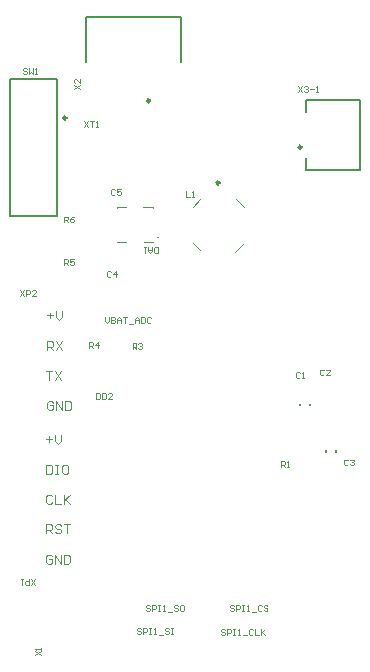
<source format=gto>
G04*
G04 #@! TF.GenerationSoftware,Altium Limited,Altium Designer,20.2.7 (254)*
G04*
G04 Layer_Color=65535*
%FSLAX44Y44*%
%MOMM*%
G71*
G04*
G04 #@! TF.SameCoordinates,376ED358-1AEA-4EEA-9480-C934229D8A07*
G04*
G04*
G04 #@! TF.FilePolarity,Positive*
G04*
G01*
G75*
%ADD10C,0.2540*%
%ADD11C,0.1000*%
%ADD12C,0.2500*%
%ADD13C,0.2000*%
D10*
X2073626Y1532518D02*
G03*
X2073626Y1532518I-1270J0D01*
G01*
D11*
X2021914Y1486290D02*
G03*
X2020914Y1486290I-500J0D01*
G01*
D02*
G03*
X2021914Y1486290I500J0D01*
G01*
X2050766Y1481718D02*
X2057116Y1475368D01*
X2086326Y1474098D02*
X2093946Y1481718D01*
X2087596Y1518548D02*
X2093946Y1512198D01*
X2050766D02*
X2057116Y1518548D01*
X2009476Y1481958D02*
X2016856D01*
Y1482734D01*
X1986856Y1481958D02*
X1994490D01*
X1986856D02*
Y1482734D01*
Y1510928D02*
Y1511958D01*
X1994744D01*
X2016856Y1510928D02*
Y1511958D01*
X2008968D02*
X2016856D01*
X1932854Y1346457D02*
X1931605Y1347707D01*
X1929106D01*
X1927856Y1346457D01*
Y1341459D01*
X1929106Y1340209D01*
X1931605D01*
X1932854Y1341459D01*
Y1343958D01*
X1930355D01*
X1935354Y1340209D02*
Y1347707D01*
X1940352Y1340209D01*
Y1347707D01*
X1942851D02*
Y1340209D01*
X1946600D01*
X1947850Y1341459D01*
Y1346457D01*
X1946600Y1347707D01*
X1942851D01*
X1927856Y1420158D02*
X1932854D01*
X1930355Y1422657D02*
Y1417659D01*
X1935354Y1423907D02*
Y1418909D01*
X1937853Y1416409D01*
X1940352Y1418909D01*
Y1423907D01*
X1910857Y1628624D02*
X1910024Y1629457D01*
X1908358D01*
X1907525Y1628624D01*
Y1627791D01*
X1908358Y1626958D01*
X1910024D01*
X1910857Y1626125D01*
Y1625292D01*
X1910024Y1624459D01*
X1908358D01*
X1907525Y1625292D01*
X1912523Y1629457D02*
Y1624459D01*
X1914189Y1626125D01*
X1915855Y1624459D01*
Y1629457D01*
X1917521Y1624459D02*
X1919188D01*
X1918354D01*
Y1629457D01*
X1917521Y1628624D01*
X1926856Y1373207D02*
X1931855D01*
X1929355D01*
Y1365709D01*
X1934354Y1373207D02*
X1939352Y1365709D01*
Y1373207D02*
X1934354Y1365709D01*
X1927856Y1390918D02*
Y1398416D01*
X1931605D01*
X1932854Y1397166D01*
Y1394667D01*
X1931605Y1393418D01*
X1927856D01*
X1930355D02*
X1932854Y1390918D01*
X1935354Y1398416D02*
X1940352Y1390918D01*
Y1398416D02*
X1935354Y1390918D01*
X1931855Y1216157D02*
X1930605Y1217407D01*
X1928106D01*
X1926856Y1216157D01*
Y1211159D01*
X1928106Y1209909D01*
X1930605D01*
X1931855Y1211159D01*
Y1213658D01*
X1929355D01*
X1934354Y1209909D02*
Y1217407D01*
X1939352Y1209909D01*
Y1217407D01*
X1941851D02*
Y1209909D01*
X1945600D01*
X1946850Y1211159D01*
Y1216157D01*
X1945600Y1217407D01*
X1941851D01*
X1926856Y1235709D02*
Y1243207D01*
X1930605D01*
X1931855Y1241957D01*
Y1239458D01*
X1930605Y1238208D01*
X1926856D01*
X1929355D02*
X1931855Y1235709D01*
X1939352Y1241957D02*
X1938103Y1243207D01*
X1935603D01*
X1934354Y1241957D01*
Y1240708D01*
X1935603Y1239458D01*
X1938103D01*
X1939352Y1238208D01*
Y1236959D01*
X1938103Y1235709D01*
X1935603D01*
X1934354Y1236959D01*
X1941851Y1243207D02*
X1946850D01*
X1944350D01*
Y1235709D01*
X1931855Y1266957D02*
X1930605Y1268207D01*
X1928106D01*
X1926856Y1266957D01*
Y1261959D01*
X1928106Y1260709D01*
X1930605D01*
X1931855Y1261959D01*
X1934354Y1268207D02*
Y1260709D01*
X1939352D01*
X1941851Y1268207D02*
Y1260709D01*
Y1263209D01*
X1946850Y1268207D01*
X1943101Y1264458D01*
X1946850Y1260709D01*
X1926856Y1293607D02*
Y1286109D01*
X1930605D01*
X1931855Y1287359D01*
Y1292357D01*
X1930605Y1293607D01*
X1926856D01*
X1934354D02*
X1936853D01*
X1935603D01*
Y1286109D01*
X1934354D01*
X1936853D01*
X1944350Y1293607D02*
X1941851D01*
X1940602Y1292357D01*
Y1287359D01*
X1941851Y1286109D01*
X1944350D01*
X1945600Y1287359D01*
Y1292357D01*
X1944350Y1293607D01*
X1926856Y1315458D02*
X1931855D01*
X1929355Y1317957D02*
Y1312959D01*
X1934354Y1319207D02*
Y1314209D01*
X1936853Y1311709D01*
X1939352Y1314209D01*
Y1319207D01*
X1958859Y1584665D02*
X1962191Y1579667D01*
Y1584665D02*
X1958859Y1579667D01*
X1963857Y1584665D02*
X1967189D01*
X1965523D01*
Y1579667D01*
X1968855D02*
X1970522D01*
X1969689D01*
Y1584665D01*
X1968855Y1583832D01*
X1904675Y1441957D02*
X1908007Y1436959D01*
Y1441957D02*
X1904675Y1436959D01*
X1909673D02*
Y1441957D01*
X1912173D01*
X1913006Y1441124D01*
Y1439458D01*
X1912173Y1438625D01*
X1909673D01*
X1918004Y1436959D02*
X1914672D01*
X1918004Y1440291D01*
Y1441124D01*
X1917171Y1441957D01*
X1915505D01*
X1914672Y1441124D01*
X1917171Y1191959D02*
X1913839Y1196957D01*
Y1191959D02*
X1917171Y1196957D01*
X1912173D02*
Y1191959D01*
X1909673D01*
X1908840Y1192792D01*
Y1194458D01*
X1909673Y1195291D01*
X1912173D01*
X1907174Y1196957D02*
X1905508D01*
X1906341D01*
Y1191959D01*
X1907174Y1192792D01*
X2140389Y1614596D02*
X2143721Y1609598D01*
Y1614596D02*
X2140389Y1609598D01*
X2145388Y1613763D02*
X2146221Y1614596D01*
X2147887D01*
X2148720Y1613763D01*
Y1612930D01*
X2147887Y1612097D01*
X2147054D01*
X2147887D01*
X2148720Y1611264D01*
Y1610431D01*
X2147887Y1609598D01*
X2146221D01*
X2145388Y1610431D01*
X2150386Y1612097D02*
X2153718D01*
X2155384Y1609598D02*
X2157050D01*
X2156217D01*
Y1614596D01*
X2155384Y1613763D01*
X1950732Y1612293D02*
X1955730Y1615625D01*
X1950732D02*
X1955730Y1612293D01*
Y1620623D02*
Y1617291D01*
X1952398Y1620623D01*
X1951565D01*
X1950732Y1619790D01*
Y1618124D01*
X1951565Y1617291D01*
X1917026Y1132355D02*
X1922025Y1135687D01*
X1917026D02*
X1922025Y1132355D01*
Y1137353D02*
Y1139019D01*
Y1138186D01*
X1917026D01*
X1917859Y1137353D01*
X1976878Y1418945D02*
Y1415612D01*
X1978544Y1413946D01*
X1980210Y1415612D01*
Y1418945D01*
X1981876D02*
Y1413946D01*
X1984376D01*
X1985209Y1414779D01*
Y1415612D01*
X1984376Y1416445D01*
X1981876D01*
X1984376D01*
X1985209Y1417278D01*
Y1418111D01*
X1984376Y1418945D01*
X1981876D01*
X1986875Y1413946D02*
Y1417278D01*
X1988541Y1418945D01*
X1990207Y1417278D01*
Y1413946D01*
Y1416445D01*
X1986875D01*
X1991873Y1418945D02*
X1995205D01*
X1993539D01*
Y1413946D01*
X1996871Y1413113D02*
X2000204D01*
X2001870Y1413946D02*
Y1417278D01*
X2003536Y1418945D01*
X2005202Y1417278D01*
Y1413946D01*
Y1416445D01*
X2001870D01*
X2006868Y1418945D02*
Y1413946D01*
X2009367D01*
X2010200Y1414779D01*
Y1418111D01*
X2009367Y1418945D01*
X2006868D01*
X2015199Y1418111D02*
X2014366Y1418945D01*
X2012700D01*
X2011867Y1418111D01*
Y1414779D01*
X2012700Y1413946D01*
X2014366D01*
X2015199Y1414779D01*
X2014860Y1174041D02*
X2014027Y1174874D01*
X2012361D01*
X2011528Y1174041D01*
Y1173208D01*
X2012361Y1172375D01*
X2014027D01*
X2014860Y1171542D01*
Y1170709D01*
X2014027Y1169875D01*
X2012361D01*
X2011528Y1170709D01*
X2016526Y1169875D02*
Y1174874D01*
X2019026D01*
X2019859Y1174041D01*
Y1172375D01*
X2019026Y1171542D01*
X2016526D01*
X2021525Y1174874D02*
X2023191D01*
X2022358D01*
Y1169875D01*
X2021525D01*
X2023191D01*
X2025690D02*
X2027356D01*
X2026523D01*
Y1174874D01*
X2025690Y1174041D01*
X2029855Y1169042D02*
X2033188D01*
X2038186Y1174041D02*
X2037353Y1174874D01*
X2035687D01*
X2034854Y1174041D01*
Y1173208D01*
X2035687Y1172375D01*
X2037353D01*
X2038186Y1171542D01*
Y1170709D01*
X2037353Y1169875D01*
X2035687D01*
X2034854Y1170709D01*
X2042351Y1174874D02*
X2040685D01*
X2039852Y1174041D01*
Y1170709D01*
X2040685Y1169875D01*
X2042351D01*
X2043184Y1170709D01*
Y1174041D01*
X2042351Y1174874D01*
X2007280Y1154628D02*
X2006447Y1155461D01*
X2004781D01*
X2003948Y1154628D01*
Y1153794D01*
X2004781Y1152961D01*
X2006447D01*
X2007280Y1152128D01*
Y1151295D01*
X2006447Y1150462D01*
X2004781D01*
X2003948Y1151295D01*
X2008946Y1150462D02*
Y1155461D01*
X2011445D01*
X2012278Y1154628D01*
Y1152961D01*
X2011445Y1152128D01*
X2008946D01*
X2013944Y1155461D02*
X2015611D01*
X2014778D01*
Y1150462D01*
X2013944D01*
X2015611D01*
X2018110D02*
X2019776D01*
X2018943D01*
Y1155461D01*
X2018110Y1154628D01*
X2022275Y1149629D02*
X2025607D01*
X2030606Y1154628D02*
X2029773Y1155461D01*
X2028107D01*
X2027273Y1154628D01*
Y1153794D01*
X2028107Y1152961D01*
X2029773D01*
X2030606Y1152128D01*
Y1151295D01*
X2029773Y1150462D01*
X2028107D01*
X2027273Y1151295D01*
X2032272Y1155461D02*
X2033938D01*
X2033105D01*
Y1150462D01*
X2032272D01*
X2033938D01*
X2085860Y1174041D02*
X2085027Y1174874D01*
X2083361D01*
X2082528Y1174041D01*
Y1173208D01*
X2083361Y1172375D01*
X2085027D01*
X2085860Y1171542D01*
Y1170709D01*
X2085027Y1169875D01*
X2083361D01*
X2082528Y1170709D01*
X2087526Y1169875D02*
Y1174874D01*
X2090025D01*
X2090859Y1174041D01*
Y1172375D01*
X2090025Y1171542D01*
X2087526D01*
X2092525Y1174874D02*
X2094191D01*
X2093358D01*
Y1169875D01*
X2092525D01*
X2094191D01*
X2096690D02*
X2098356D01*
X2097523D01*
Y1174874D01*
X2096690Y1174041D01*
X2100855Y1169042D02*
X2104188D01*
X2109186Y1174041D02*
X2108353Y1174874D01*
X2106687D01*
X2105854Y1174041D01*
Y1170709D01*
X2106687Y1169875D01*
X2108353D01*
X2109186Y1170709D01*
X2114184Y1174041D02*
X2113351Y1174874D01*
X2111685D01*
X2110852Y1174041D01*
Y1173208D01*
X2111685Y1172375D01*
X2113351D01*
X2114184Y1171542D01*
Y1170709D01*
X2113351Y1169875D01*
X2111685D01*
X2110852Y1170709D01*
X2078530Y1154210D02*
X2077697Y1155043D01*
X2076031D01*
X2075198Y1154210D01*
Y1153377D01*
X2076031Y1152544D01*
X2077697D01*
X2078530Y1151711D01*
Y1150878D01*
X2077697Y1150045D01*
X2076031D01*
X2075198Y1150878D01*
X2080196Y1150045D02*
Y1155043D01*
X2082696D01*
X2083529Y1154210D01*
Y1152544D01*
X2082696Y1151711D01*
X2080196D01*
X2085195Y1155043D02*
X2086861D01*
X2086028D01*
Y1150045D01*
X2085195D01*
X2086861D01*
X2089360D02*
X2091026D01*
X2090193D01*
Y1155043D01*
X2089360Y1154210D01*
X2093526Y1149212D02*
X2096858D01*
X2101856Y1154210D02*
X2101023Y1155043D01*
X2099357D01*
X2098524Y1154210D01*
Y1150878D01*
X2099357Y1150045D01*
X2101023D01*
X2101856Y1150878D01*
X2103522Y1155043D02*
Y1150045D01*
X2106854D01*
X2108521Y1155043D02*
Y1150045D01*
Y1151711D01*
X2111853Y1155043D01*
X2109354Y1152544D01*
X2111853Y1150045D01*
X1942180Y1498959D02*
Y1503957D01*
X1944679D01*
X1945512Y1503124D01*
Y1501458D01*
X1944679Y1500625D01*
X1942180D01*
X1943846D02*
X1945512Y1498959D01*
X1950511Y1503957D02*
X1948845Y1503124D01*
X1947178Y1501458D01*
Y1499792D01*
X1948011Y1498959D01*
X1949678D01*
X1950511Y1499792D01*
Y1500625D01*
X1949678Y1501458D01*
X1947178D01*
X1941891Y1462961D02*
Y1467959D01*
X1944390D01*
X1945223Y1467126D01*
Y1465460D01*
X1944390Y1464627D01*
X1941891D01*
X1943557D02*
X1945223Y1462961D01*
X1950221Y1467959D02*
X1946889D01*
Y1465460D01*
X1948555Y1466293D01*
X1949388D01*
X1950221Y1465460D01*
Y1463794D01*
X1949388Y1462961D01*
X1947722D01*
X1946889Y1463794D01*
X1963464Y1392426D02*
Y1397424D01*
X1965963D01*
X1966796Y1396591D01*
Y1394925D01*
X1965963Y1394092D01*
X1963464D01*
X1965130D02*
X1966796Y1392426D01*
X1970962D02*
Y1397424D01*
X1968462Y1394925D01*
X1971795D01*
X1999943Y1391999D02*
Y1396997D01*
X2002442D01*
X2003275Y1396164D01*
Y1394498D01*
X2002442Y1393665D01*
X1999943D01*
X2001609D02*
X2003275Y1391999D01*
X2004942Y1396164D02*
X2005775Y1396997D01*
X2007441D01*
X2008274Y1396164D01*
Y1395331D01*
X2007441Y1394498D01*
X2006608D01*
X2007441D01*
X2008274Y1393665D01*
Y1392832D01*
X2007441Y1391999D01*
X2005775D01*
X2004942Y1392832D01*
X2125524Y1292209D02*
Y1297207D01*
X2128023D01*
X2128856Y1296374D01*
Y1294708D01*
X2128023Y1293875D01*
X2125524D01*
X2127190D02*
X2128856Y1292209D01*
X2130522D02*
X2132188D01*
X2131355D01*
Y1297207D01*
X2130522Y1296374D01*
X2045024Y1525457D02*
Y1520459D01*
X2048356D01*
X2050022D02*
X2051688D01*
X2050855D01*
Y1525457D01*
X2050022Y1524624D01*
X1969192Y1354457D02*
Y1349459D01*
X1971691D01*
X1972524Y1350292D01*
Y1353624D01*
X1971691Y1354457D01*
X1969192D01*
X1974190D02*
Y1349459D01*
X1976689D01*
X1977522Y1350292D01*
Y1353624D01*
X1976689Y1354457D01*
X1974190D01*
X1982521Y1349459D02*
X1979188D01*
X1982521Y1352791D01*
Y1353624D01*
X1981688Y1354457D01*
X1980021D01*
X1979188Y1353624D01*
X2021687Y1473209D02*
Y1478207D01*
X2019188D01*
X2018355Y1477374D01*
Y1474042D01*
X2019188Y1473209D01*
X2021687D01*
X2016689Y1478207D02*
Y1474875D01*
X2015023Y1473209D01*
X2013357Y1474875D01*
Y1478207D01*
Y1475708D01*
X2016689D01*
X2011691Y1478207D02*
X2010025D01*
X2010858D01*
Y1473209D01*
X2011691Y1474042D01*
X1985273Y1526124D02*
X1984440Y1526957D01*
X1982774D01*
X1981941Y1526124D01*
Y1522792D01*
X1982774Y1521959D01*
X1984440D01*
X1985273Y1522792D01*
X1990271Y1526957D02*
X1986939D01*
Y1524458D01*
X1988605Y1525291D01*
X1989438D01*
X1990271Y1524458D01*
Y1522792D01*
X1989438Y1521959D01*
X1987772D01*
X1986939Y1522792D01*
X1982023Y1456625D02*
X1981190Y1457458D01*
X1979524D01*
X1978691Y1456625D01*
Y1453293D01*
X1979524Y1452460D01*
X1981190D01*
X1982023Y1453293D01*
X1986188Y1452460D02*
Y1457458D01*
X1983689Y1454959D01*
X1987021D01*
X2182523Y1297374D02*
X2181690Y1298207D01*
X2180024D01*
X2179191Y1297374D01*
Y1294042D01*
X2180024Y1293209D01*
X2181690D01*
X2182523Y1294042D01*
X2184189Y1297374D02*
X2185022Y1298207D01*
X2186688D01*
X2187521Y1297374D01*
Y1296541D01*
X2186688Y1295708D01*
X2185855D01*
X2186688D01*
X2187521Y1294875D01*
Y1294042D01*
X2186688Y1293209D01*
X2185022D01*
X2184189Y1294042D01*
X2161876Y1373582D02*
X2161043Y1374415D01*
X2159377D01*
X2158544Y1373582D01*
Y1370250D01*
X2159377Y1369417D01*
X2161043D01*
X2161876Y1370250D01*
X2166875Y1369417D02*
X2163542D01*
X2166875Y1372749D01*
Y1373582D01*
X2166042Y1374415D01*
X2164375D01*
X2163542Y1373582D01*
X2141904Y1371302D02*
X2141071Y1372135D01*
X2139405D01*
X2138572Y1371302D01*
Y1367970D01*
X2139405Y1367137D01*
X2141071D01*
X2141904Y1367970D01*
X2143570Y1367137D02*
X2145237D01*
X2144403D01*
Y1372135D01*
X2143570Y1371302D01*
D12*
X1943926Y1587358D02*
G03*
X1943926Y1587358I-1250J0D01*
G01*
X2014731Y1601958D02*
G03*
X2014731Y1601958I-1250J0D01*
G01*
X2143075Y1562598D02*
G03*
X2143075Y1562598I-1250J0D01*
G01*
D13*
X1896176Y1620358D02*
X1936176D01*
X1896176Y1504358D02*
Y1620358D01*
Y1504358D02*
X1936176D01*
Y1620358D01*
X2164106Y1304958D02*
Y1305958D01*
X2172606Y1304958D02*
Y1305958D01*
X2141606Y1343958D02*
Y1344958D01*
X2150106Y1343958D02*
Y1344958D01*
X2040681Y1634958D02*
Y1672658D01*
Y1651330D02*
Y1672658D01*
X1960281D02*
X2040681D01*
X1960281Y1634958D02*
Y1672658D01*
X2146905Y1543258D02*
X2192625D01*
X2146905D02*
Y1553258D01*
X2192625Y1543258D02*
Y1602260D01*
X2146905D02*
X2192625D01*
X2146905Y1592258D02*
Y1602260D01*
M02*

</source>
